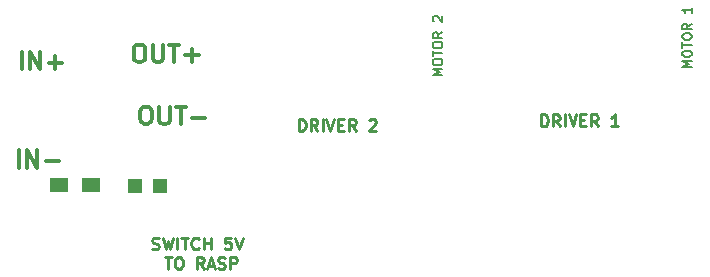
<source format=gbr>
G04 #@! TF.FileFunction,Paste,Top*
%FSLAX46Y46*%
G04 Gerber Fmt 4.6, Leading zero omitted, Abs format (unit mm)*
G04 Created by KiCad (PCBNEW 4.0.2+dfsg1-stable) date ថ្ងៃ​ព្រហស្បតិ៍ ថ្ងៃ 15 ខែ មិនា ឆ្នាំ  2018, 14 ម៉ោង m នាទី 13 វិនាទី​*
%MOMM*%
G01*
G04 APERTURE LIST*
%ADD10C,0.100000*%
%ADD11C,0.200000*%
%ADD12C,0.250000*%
%ADD13C,0.300000*%
%ADD14R,1.198880X1.198880*%
%ADD15R,1.500000X1.300000*%
G04 APERTURE END LIST*
D10*
D11*
X161411905Y-105845238D02*
X160611905Y-105845238D01*
X161183333Y-105578571D01*
X160611905Y-105311904D01*
X161411905Y-105311904D01*
X160611905Y-104778571D02*
X160611905Y-104626190D01*
X160650000Y-104549999D01*
X160726190Y-104473809D01*
X160878571Y-104435714D01*
X161145238Y-104435714D01*
X161297619Y-104473809D01*
X161373810Y-104549999D01*
X161411905Y-104626190D01*
X161411905Y-104778571D01*
X161373810Y-104854761D01*
X161297619Y-104930952D01*
X161145238Y-104969047D01*
X160878571Y-104969047D01*
X160726190Y-104930952D01*
X160650000Y-104854761D01*
X160611905Y-104778571D01*
X160611905Y-104207143D02*
X160611905Y-103750000D01*
X161411905Y-103978571D02*
X160611905Y-103978571D01*
X160611905Y-103330952D02*
X160611905Y-103178571D01*
X160650000Y-103102380D01*
X160726190Y-103026190D01*
X160878571Y-102988095D01*
X161145238Y-102988095D01*
X161297619Y-103026190D01*
X161373810Y-103102380D01*
X161411905Y-103178571D01*
X161411905Y-103330952D01*
X161373810Y-103407142D01*
X161297619Y-103483333D01*
X161145238Y-103521428D01*
X160878571Y-103521428D01*
X160726190Y-103483333D01*
X160650000Y-103407142D01*
X160611905Y-103330952D01*
X161411905Y-102188095D02*
X161030952Y-102454762D01*
X161411905Y-102645238D02*
X160611905Y-102645238D01*
X160611905Y-102340476D01*
X160650000Y-102264285D01*
X160688095Y-102226190D01*
X160764286Y-102188095D01*
X160878571Y-102188095D01*
X160954762Y-102226190D01*
X160992857Y-102264285D01*
X161030952Y-102340476D01*
X161030952Y-102645238D01*
X160688095Y-101273809D02*
X160650000Y-101235714D01*
X160611905Y-101159523D01*
X160611905Y-100969047D01*
X160650000Y-100892857D01*
X160688095Y-100854761D01*
X160764286Y-100816666D01*
X160840476Y-100816666D01*
X160954762Y-100854761D01*
X161411905Y-101311904D01*
X161411905Y-100816666D01*
X182521905Y-105145238D02*
X181721905Y-105145238D01*
X182293333Y-104878571D01*
X181721905Y-104611904D01*
X182521905Y-104611904D01*
X181721905Y-104078571D02*
X181721905Y-103926190D01*
X181760000Y-103849999D01*
X181836190Y-103773809D01*
X181988571Y-103735714D01*
X182255238Y-103735714D01*
X182407619Y-103773809D01*
X182483810Y-103849999D01*
X182521905Y-103926190D01*
X182521905Y-104078571D01*
X182483810Y-104154761D01*
X182407619Y-104230952D01*
X182255238Y-104269047D01*
X181988571Y-104269047D01*
X181836190Y-104230952D01*
X181760000Y-104154761D01*
X181721905Y-104078571D01*
X181721905Y-103507143D02*
X181721905Y-103050000D01*
X182521905Y-103278571D02*
X181721905Y-103278571D01*
X181721905Y-102630952D02*
X181721905Y-102478571D01*
X181760000Y-102402380D01*
X181836190Y-102326190D01*
X181988571Y-102288095D01*
X182255238Y-102288095D01*
X182407619Y-102326190D01*
X182483810Y-102402380D01*
X182521905Y-102478571D01*
X182521905Y-102630952D01*
X182483810Y-102707142D01*
X182407619Y-102783333D01*
X182255238Y-102821428D01*
X181988571Y-102821428D01*
X181836190Y-102783333D01*
X181760000Y-102707142D01*
X181721905Y-102630952D01*
X182521905Y-101488095D02*
X182140952Y-101754762D01*
X182521905Y-101945238D02*
X181721905Y-101945238D01*
X181721905Y-101640476D01*
X181760000Y-101564285D01*
X181798095Y-101526190D01*
X181874286Y-101488095D01*
X181988571Y-101488095D01*
X182064762Y-101526190D01*
X182102857Y-101564285D01*
X182140952Y-101640476D01*
X182140952Y-101945238D01*
X182521905Y-100116666D02*
X182521905Y-100573809D01*
X182521905Y-100345238D02*
X181721905Y-100345238D01*
X181836190Y-100421428D01*
X181912381Y-100497619D01*
X181950476Y-100573809D01*
D12*
X169761905Y-110152381D02*
X169761905Y-109152381D01*
X170000000Y-109152381D01*
X170142858Y-109200000D01*
X170238096Y-109295238D01*
X170285715Y-109390476D01*
X170333334Y-109580952D01*
X170333334Y-109723810D01*
X170285715Y-109914286D01*
X170238096Y-110009524D01*
X170142858Y-110104762D01*
X170000000Y-110152381D01*
X169761905Y-110152381D01*
X171333334Y-110152381D02*
X171000000Y-109676190D01*
X170761905Y-110152381D02*
X170761905Y-109152381D01*
X171142858Y-109152381D01*
X171238096Y-109200000D01*
X171285715Y-109247619D01*
X171333334Y-109342857D01*
X171333334Y-109485714D01*
X171285715Y-109580952D01*
X171238096Y-109628571D01*
X171142858Y-109676190D01*
X170761905Y-109676190D01*
X171761905Y-110152381D02*
X171761905Y-109152381D01*
X172095238Y-109152381D02*
X172428571Y-110152381D01*
X172761905Y-109152381D01*
X173095238Y-109628571D02*
X173428572Y-109628571D01*
X173571429Y-110152381D02*
X173095238Y-110152381D01*
X173095238Y-109152381D01*
X173571429Y-109152381D01*
X174571429Y-110152381D02*
X174238095Y-109676190D01*
X174000000Y-110152381D02*
X174000000Y-109152381D01*
X174380953Y-109152381D01*
X174476191Y-109200000D01*
X174523810Y-109247619D01*
X174571429Y-109342857D01*
X174571429Y-109485714D01*
X174523810Y-109580952D01*
X174476191Y-109628571D01*
X174380953Y-109676190D01*
X174000000Y-109676190D01*
X176285715Y-110152381D02*
X175714286Y-110152381D01*
X176000000Y-110152381D02*
X176000000Y-109152381D01*
X175904762Y-109295238D01*
X175809524Y-109390476D01*
X175714286Y-109438095D01*
X149261905Y-110552381D02*
X149261905Y-109552381D01*
X149500000Y-109552381D01*
X149642858Y-109600000D01*
X149738096Y-109695238D01*
X149785715Y-109790476D01*
X149833334Y-109980952D01*
X149833334Y-110123810D01*
X149785715Y-110314286D01*
X149738096Y-110409524D01*
X149642858Y-110504762D01*
X149500000Y-110552381D01*
X149261905Y-110552381D01*
X150833334Y-110552381D02*
X150500000Y-110076190D01*
X150261905Y-110552381D02*
X150261905Y-109552381D01*
X150642858Y-109552381D01*
X150738096Y-109600000D01*
X150785715Y-109647619D01*
X150833334Y-109742857D01*
X150833334Y-109885714D01*
X150785715Y-109980952D01*
X150738096Y-110028571D01*
X150642858Y-110076190D01*
X150261905Y-110076190D01*
X151261905Y-110552381D02*
X151261905Y-109552381D01*
X151595238Y-109552381D02*
X151928571Y-110552381D01*
X152261905Y-109552381D01*
X152595238Y-110028571D02*
X152928572Y-110028571D01*
X153071429Y-110552381D02*
X152595238Y-110552381D01*
X152595238Y-109552381D01*
X153071429Y-109552381D01*
X154071429Y-110552381D02*
X153738095Y-110076190D01*
X153500000Y-110552381D02*
X153500000Y-109552381D01*
X153880953Y-109552381D01*
X153976191Y-109600000D01*
X154023810Y-109647619D01*
X154071429Y-109742857D01*
X154071429Y-109885714D01*
X154023810Y-109980952D01*
X153976191Y-110028571D01*
X153880953Y-110076190D01*
X153500000Y-110076190D01*
X155214286Y-109647619D02*
X155261905Y-109600000D01*
X155357143Y-109552381D01*
X155595239Y-109552381D01*
X155690477Y-109600000D01*
X155738096Y-109647619D01*
X155785715Y-109742857D01*
X155785715Y-109838095D01*
X155738096Y-109980952D01*
X155166667Y-110552381D01*
X155785715Y-110552381D01*
D13*
X136171428Y-108478571D02*
X136457142Y-108478571D01*
X136600000Y-108550000D01*
X136742857Y-108692857D01*
X136814285Y-108978571D01*
X136814285Y-109478571D01*
X136742857Y-109764286D01*
X136600000Y-109907143D01*
X136457142Y-109978571D01*
X136171428Y-109978571D01*
X136028571Y-109907143D01*
X135885714Y-109764286D01*
X135814285Y-109478571D01*
X135814285Y-108978571D01*
X135885714Y-108692857D01*
X136028571Y-108550000D01*
X136171428Y-108478571D01*
X137457143Y-108478571D02*
X137457143Y-109692857D01*
X137528571Y-109835714D01*
X137600000Y-109907143D01*
X137742857Y-109978571D01*
X138028571Y-109978571D01*
X138171429Y-109907143D01*
X138242857Y-109835714D01*
X138314286Y-109692857D01*
X138314286Y-108478571D01*
X138814286Y-108478571D02*
X139671429Y-108478571D01*
X139242858Y-109978571D02*
X139242858Y-108478571D01*
X140171429Y-109407143D02*
X141314286Y-109407143D01*
X135621428Y-103228571D02*
X135907142Y-103228571D01*
X136050000Y-103300000D01*
X136192857Y-103442857D01*
X136264285Y-103728571D01*
X136264285Y-104228571D01*
X136192857Y-104514286D01*
X136050000Y-104657143D01*
X135907142Y-104728571D01*
X135621428Y-104728571D01*
X135478571Y-104657143D01*
X135335714Y-104514286D01*
X135264285Y-104228571D01*
X135264285Y-103728571D01*
X135335714Y-103442857D01*
X135478571Y-103300000D01*
X135621428Y-103228571D01*
X136907143Y-103228571D02*
X136907143Y-104442857D01*
X136978571Y-104585714D01*
X137050000Y-104657143D01*
X137192857Y-104728571D01*
X137478571Y-104728571D01*
X137621429Y-104657143D01*
X137692857Y-104585714D01*
X137764286Y-104442857D01*
X137764286Y-103228571D01*
X138264286Y-103228571D02*
X139121429Y-103228571D01*
X138692858Y-104728571D02*
X138692858Y-103228571D01*
X139621429Y-104157143D02*
X140764286Y-104157143D01*
X140192857Y-104728571D02*
X140192857Y-103585714D01*
D12*
X136833333Y-120529762D02*
X136976190Y-120577381D01*
X137214286Y-120577381D01*
X137309524Y-120529762D01*
X137357143Y-120482143D01*
X137404762Y-120386905D01*
X137404762Y-120291667D01*
X137357143Y-120196429D01*
X137309524Y-120148810D01*
X137214286Y-120101190D01*
X137023809Y-120053571D01*
X136928571Y-120005952D01*
X136880952Y-119958333D01*
X136833333Y-119863095D01*
X136833333Y-119767857D01*
X136880952Y-119672619D01*
X136928571Y-119625000D01*
X137023809Y-119577381D01*
X137261905Y-119577381D01*
X137404762Y-119625000D01*
X137738095Y-119577381D02*
X137976190Y-120577381D01*
X138166667Y-119863095D01*
X138357143Y-120577381D01*
X138595238Y-119577381D01*
X138976190Y-120577381D02*
X138976190Y-119577381D01*
X139309523Y-119577381D02*
X139880952Y-119577381D01*
X139595237Y-120577381D02*
X139595237Y-119577381D01*
X140785714Y-120482143D02*
X140738095Y-120529762D01*
X140595238Y-120577381D01*
X140500000Y-120577381D01*
X140357142Y-120529762D01*
X140261904Y-120434524D01*
X140214285Y-120339286D01*
X140166666Y-120148810D01*
X140166666Y-120005952D01*
X140214285Y-119815476D01*
X140261904Y-119720238D01*
X140357142Y-119625000D01*
X140500000Y-119577381D01*
X140595238Y-119577381D01*
X140738095Y-119625000D01*
X140785714Y-119672619D01*
X141214285Y-120577381D02*
X141214285Y-119577381D01*
X141214285Y-120053571D02*
X141785714Y-120053571D01*
X141785714Y-120577381D02*
X141785714Y-119577381D01*
X143500000Y-119577381D02*
X143023809Y-119577381D01*
X142976190Y-120053571D01*
X143023809Y-120005952D01*
X143119047Y-119958333D01*
X143357143Y-119958333D01*
X143452381Y-120005952D01*
X143500000Y-120053571D01*
X143547619Y-120148810D01*
X143547619Y-120386905D01*
X143500000Y-120482143D01*
X143452381Y-120529762D01*
X143357143Y-120577381D01*
X143119047Y-120577381D01*
X143023809Y-120529762D01*
X142976190Y-120482143D01*
X143833333Y-119577381D02*
X144166666Y-120577381D01*
X144500000Y-119577381D01*
X137904762Y-121227381D02*
X138476191Y-121227381D01*
X138190476Y-122227381D02*
X138190476Y-121227381D01*
X139000000Y-121227381D02*
X139190477Y-121227381D01*
X139285715Y-121275000D01*
X139380953Y-121370238D01*
X139428572Y-121560714D01*
X139428572Y-121894048D01*
X139380953Y-122084524D01*
X139285715Y-122179762D01*
X139190477Y-122227381D01*
X139000000Y-122227381D01*
X138904762Y-122179762D01*
X138809524Y-122084524D01*
X138761905Y-121894048D01*
X138761905Y-121560714D01*
X138809524Y-121370238D01*
X138904762Y-121275000D01*
X139000000Y-121227381D01*
X141190477Y-122227381D02*
X140857143Y-121751190D01*
X140619048Y-122227381D02*
X140619048Y-121227381D01*
X141000001Y-121227381D01*
X141095239Y-121275000D01*
X141142858Y-121322619D01*
X141190477Y-121417857D01*
X141190477Y-121560714D01*
X141142858Y-121655952D01*
X141095239Y-121703571D01*
X141000001Y-121751190D01*
X140619048Y-121751190D01*
X141571429Y-121941667D02*
X142047620Y-121941667D01*
X141476191Y-122227381D02*
X141809524Y-121227381D01*
X142142858Y-122227381D01*
X142428572Y-122179762D02*
X142571429Y-122227381D01*
X142809525Y-122227381D01*
X142904763Y-122179762D01*
X142952382Y-122132143D01*
X143000001Y-122036905D01*
X143000001Y-121941667D01*
X142952382Y-121846429D01*
X142904763Y-121798810D01*
X142809525Y-121751190D01*
X142619048Y-121703571D01*
X142523810Y-121655952D01*
X142476191Y-121608333D01*
X142428572Y-121513095D01*
X142428572Y-121417857D01*
X142476191Y-121322619D01*
X142523810Y-121275000D01*
X142619048Y-121227381D01*
X142857144Y-121227381D01*
X143000001Y-121275000D01*
X143428572Y-122227381D02*
X143428572Y-121227381D01*
X143809525Y-121227381D01*
X143904763Y-121275000D01*
X143952382Y-121322619D01*
X144000001Y-121417857D01*
X144000001Y-121560714D01*
X143952382Y-121655952D01*
X143904763Y-121703571D01*
X143809525Y-121751190D01*
X143428572Y-121751190D01*
D13*
X125535714Y-113678571D02*
X125535714Y-112178571D01*
X126250000Y-113678571D02*
X126250000Y-112178571D01*
X127107143Y-113678571D01*
X127107143Y-112178571D01*
X127821429Y-113107143D02*
X128964286Y-113107143D01*
X125785714Y-105328571D02*
X125785714Y-103828571D01*
X126500000Y-105328571D02*
X126500000Y-103828571D01*
X127357143Y-105328571D01*
X127357143Y-103828571D01*
X128071429Y-104757143D02*
X129214286Y-104757143D01*
X128642857Y-105328571D02*
X128642857Y-104185714D01*
D14*
X137478040Y-115190000D03*
X135380000Y-115190000D03*
D15*
X128920000Y-115140000D03*
X131620000Y-115140000D03*
M02*

</source>
